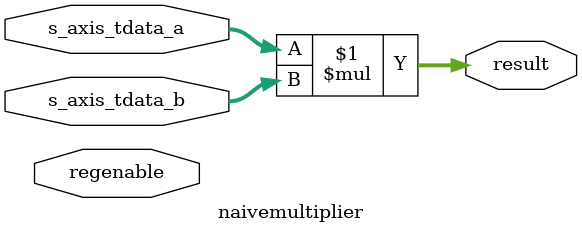
<source format=v>
`timescale 1ns/1ps
`default_nettype none

module naivemultiplier #(
  parameter LEN = 4
) (
  input  wire             regenable,       // 寄存器使能
  input  wire [LEN-1:0]   s_axis_tdata_a,  // 操作数 A 尾数
  input  wire [LEN-1:0]   s_axis_tdata_b,  // 操作数 B 尾数
  output wire [LEN*2-1:0] result           // 乘积
);

  assign result = s_axis_tdata_a * s_axis_tdata_b;

endmodule

`default_nettype wire

</source>
